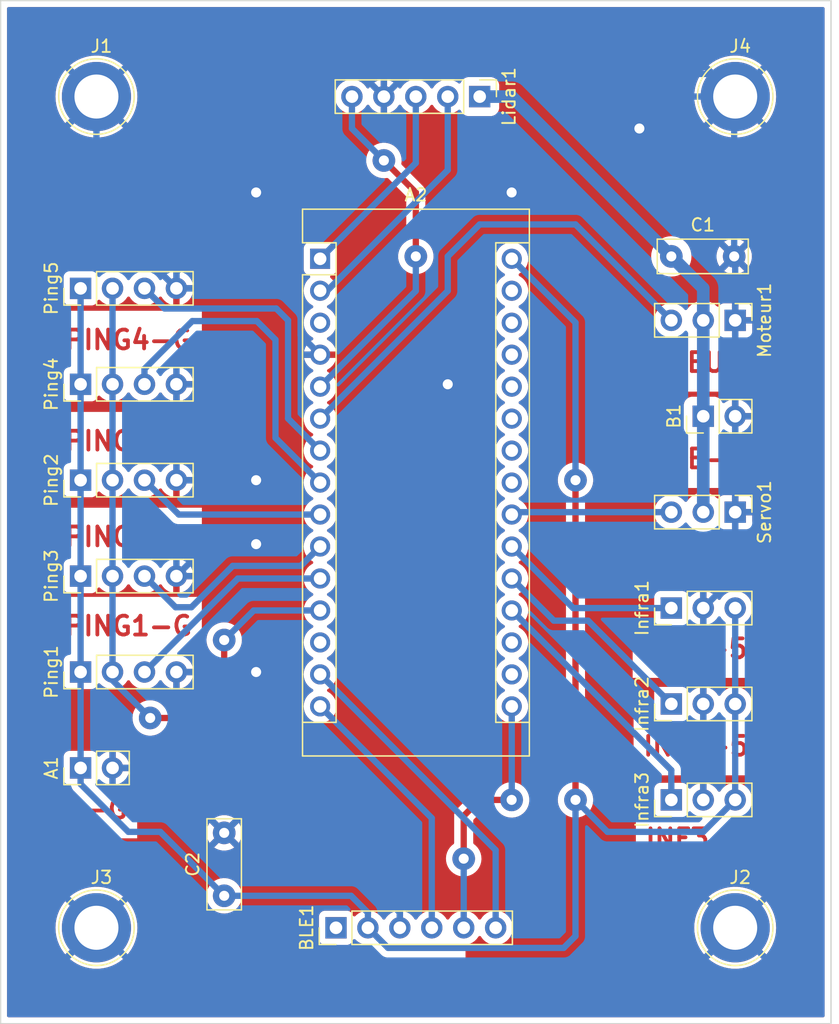
<source format=kicad_pcb>
(kicad_pcb (version 20211014) (generator pcbnew)
  (layers (0 "F.Cu" signal) (31 "B.Cu" signal) (34 "B.Paste" user) (35 "F.Paste" user) (36 "B.SilkS" user "B.Silkscreen") (37 "F.SilkS" user "F.Silkscreen") (38 "B.Mask" user) (39 "F.Mask" user) (44 "Edge.Cuts" user))
  (net 0 "")
  (net 1 "/5V_A")
  (net 2 "GND")
  (net 3 "/RX_Lidar")
  (net 4 "/TX_Lidar")
  (net 6 "/PWM_Lidar")
  (net 7 "/M_Cmd")
  (net 8 "/P5")
  (net 9 "/P4")
  (net 10 "/P2")
  (net 11 "/P3")
  (net 12 "/P1")
  (net 13 "/Trig_Cmd")
  (net 15 "/STATE_BLE")
  (net 16 "/TX_BLE")
  (net 17 "/RX_BLE")
  (net 20 "/I3")
  (net 21 "/I2")
  (net 22 "/I1")
  (net 23 "/Servo_Cmd")
  (net 30 "/5V_B")
  (footprint "Connector_PinHeader_2.54mm:PinHeader_1x04_P2.54mm_Vertical" (layer "F.Cu") (at 90.18 101.6 90)
    (fp_text reference "Ping3" (at 0 -2.33 90) (layer "F.SilkS"))
    (fp_text value "Conn_01x04")
    (fp_line (start 1.33 1.27) (end 1.33 8.95) (layer "F.SilkS") (width 0.12))
    (fp_line (start -1.33 1.27) (end -1.33 8.95) (layer "F.SilkS") (width 0.12))
    (fp_line (start -1.33 -1.33) (end 0 -1.33) (layer "F.SilkS") (width 0.12))
    (fp_line (start -1.33 1.27) (end 1.33 1.27) (layer "F.SilkS") (width 0.12))
    (fp_line (start -1.33 8.95) (end 1.33 8.95) (layer "F.SilkS") (width 0.12))
    (fp_line (start -1.33 0) (end -1.33 -1.33) (layer "F.SilkS") (width 0.12))
    (pad "1" thru_hole rect (at 0 0 90) (size 1.7 1.7) (drill 1) (layers *.Cu *.Mask) (net 1 "/5V_A"))
    (pad "2" thru_hole oval (at 0 2.54 90) (size 1.7 1.7) (drill 1) (layers *.Cu *.Mask) (net 13 "/Trig_Cmd"))
    (pad "3" thru_hole oval (at 0 5.08 90) (size 1.7 1.7) (drill 1) (layers *.Cu *.Mask) (net 11 "/P3"))
    (pad "4" thru_hole oval (at 0 7.62 90) (size 1.7 1.7) (drill 1) (layers *.Cu *.Mask) (net 2 "GND"))
  )
  (footprint "FootprintGamelGe2:Mouting_Screw_3mm" (layer "F.Cu") (at 91.44 129.54)
    (fp_text reference "J3" (at 0.4 -4) (layer "F.SilkS"))
    (fp_text value "Mouting_Screw_3mm")
    (fp_circle (center 0 0) (end 3 0) (layer "F.SilkS") (width 0.12) (fill none))
    (pad "1" thru_hole circle locked (at 0 0) (size 5.5 5.5) (drill 3.5) (layers *.Cu *.Mask) (net 2 "GND"))
  )
  (footprint "FootprintGamelGe2:Mouting_Screw_3mm" (layer "F.Cu") (at 142.24 129.54)
    (fp_text reference "J2" (at 0.4 -4) (layer "F.SilkS"))
    (fp_text value "Mouting_Screw_3mm")
    (fp_circle (center 0 0) (end 3 0) (layer "F.SilkS") (width 0.12) (fill none))
    (pad "1" thru_hole circle locked (at 0 0) (size 5.5 5.5) (drill 3.5) (layers *.Cu *.Mask) (net 2 "GND"))
  )
  (footprint "Connector_PinHeader_2.54mm:PinHeader_1x04_P2.54mm_Vertical" (layer "F.Cu") (at 90.18 78.74 90)
    (fp_text reference "Ping5" (at 0 -2.33 90) (layer "F.SilkS"))
    (fp_text value "Conn_01x04")
    (fp_line (start -1.33 8.95) (end 1.33 8.95) (layer "F.SilkS") (width 0.12))
    (fp_line (start -1.33 0) (end -1.33 -1.33) (layer "F.SilkS") (width 0.12))
    (fp_line (start 1.33 1.27) (end 1.33 8.95) (layer "F.SilkS") (width 0.12))
    (fp_line (start -1.33 -1.33) (end 0 -1.33) (layer "F.SilkS") (width 0.12))
    (fp_line (start -1.33 1.27) (end -1.33 8.95) (layer "F.SilkS") (width 0.12))
    (fp_line (start -1.33 1.27) (end 1.33 1.27) (layer "F.SilkS") (width 0.12))
    (pad "1" thru_hole rect (at 0 0 90) (size 1.7 1.7) (drill 1) (layers *.Cu *.Mask) (net 1 "/5V_A"))
    (pad "2" thru_hole oval (at 0 2.54 90) (size 1.7 1.7) (drill 1) (layers *.Cu *.Mask) (net 13 "/Trig_Cmd"))
    (pad "3" thru_hole oval (at 0 5.08 90) (size 1.7 1.7) (drill 1) (layers *.Cu *.Mask) (net 8 "/P5"))
    (pad "4" thru_hole oval (at 0 7.62 90) (size 1.7 1.7) (drill 1) (layers *.Cu *.Mask) (net 2 "GND"))
  )
  (footprint "Connector_PinHeader_2.54mm:PinHeader_1x03_P2.54mm_Vertical" (layer "F.Cu") (at 137.16 104.14 90)
    (fp_text reference "Infra1" (at 0 -2.33 90) (layer "F.SilkS"))
    (fp_text value "Conn_01x03")
    (fp_line (start -1.33 1.27) (end 1.33 1.27) (layer "F.SilkS") (width 0.12))
    (fp_line (start 1.33 1.27) (end 1.33 6.41) (layer "F.SilkS") (width 0.12))
    (fp_line (start -1.33 0) (end -1.33 -1.33) (layer "F.SilkS") (width 0.12))
    (fp_line (start -1.33 6.41) (end 1.33 6.41) (layer "F.SilkS") (width 0.12))
    (fp_line (start -1.33 -1.33) (end 0 -1.33) (layer "F.SilkS") (width 0.12))
    (fp_line (start -1.33 1.27) (end -1.33 6.41) (layer "F.SilkS") (width 0.12))
    (pad "1" thru_hole rect (at 0 0 90) (size 1.7 1.7) (drill 1) (layers *.Cu *.Mask) (net 22 "/I1"))
    (pad "2" thru_hole oval (at 0 2.54 90) (size 1.7 1.7) (drill 1) (layers *.Cu *.Mask) (net 2 "GND"))
    (pad "3" thru_hole oval (at 0 5.08 90) (size 1.7 1.7) (drill 1) (layers *.Cu *.Mask) (net 1 "/5V_A"))
  )
  (footprint "Connector_PinHeader_2.54mm:PinHeader_1x05_P2.54mm_Vertical" (layer "F.Cu") (at 121.92 63.505 -90)
    (fp_text reference "Lidar1" (at 0 -2.33 90) (layer "F.SilkS"))
    (fp_text value "Conn_01x05")
    (fp_line (start -1.33 1.27) (end -1.33 11.49) (layer "F.SilkS") (width 0.12))
    (fp_line (start 1.33 1.27) (end 1.33 11.49) (layer "F.SilkS") (width 0.12))
    (fp_line (start -1.33 11.49) (end 1.33 11.49) (layer "F.SilkS") (width 0.12))
    (fp_line (start -1.33 0) (end -1.33 -1.33) (layer "F.SilkS") (width 0.12))
    (fp_line (start -1.33 1.27) (end 1.33 1.27) (layer "F.SilkS") (width 0.12))
    (fp_line (start -1.33 -1.33) (end 0 -1.33) (layer "F.SilkS") (width 0.12))
    (pad "1" thru_hole rect (at 0 0 270) (size 1.7 1.7) (drill 1) (layers *.Cu *.Mask) (net 30 "/5V_B"))
    (pad "2" thru_hole oval (at 0 2.54 270) (size 1.7 1.7) (drill 1) (layers *.Cu *.Mask) (net 4 "/TX_Lidar"))
    (pad "3" thru_hole oval (at 0 5.08 270) (size 1.7 1.7) (drill 1) (layers *.Cu *.Mask) (net 3 "/RX_Lidar"))
    (pad "4" thru_hole oval (at 0 7.62 270) (size 1.7 1.7) (drill 1) (layers *.Cu *.Mask) (net 2 "GND"))
    (pad "5" thru_hole oval (at 0 10.16 270) (size 1.7 1.7) (drill 1) (layers *.Cu *.Mask) (net 6 "/PWM_Lidar"))
  )
  (footprint "FootprintGamelGe2:Mouting_Screw_3mm" (layer "F.Cu") (at 91.44 63.5)
    (fp_text reference "J1" (at 0.4 -4) (layer "F.SilkS"))
    (fp_text value "Mouting_Screw_3mm")
    (fp_circle (center 0 0) (end 3 0) (layer "F.SilkS") (width 0.12) (fill none))
    (pad "1" thru_hole circle locked (at 0 0) (size 5.5 5.5) (drill 3.5) (layers *.Cu *.Mask) (net 2 "GND"))
  )
  (footprint "Connector_PinHeader_2.54mm:PinHeader_1x04_P2.54mm_Vertical" (layer "F.Cu") (at 90.18 93.98 90)
    (fp_text reference "Ping2" (at 0 -2.33 90) (layer "F.SilkS"))
    (fp_text value "Conn_01x04")
    (fp_line (start -1.33 -1.33) (end 0 -1.33) (layer "F.SilkS") (width 0.12))
    (fp_line (start -1.33 1.27) (end -1.33 8.95) (layer "F.SilkS") (width 0.12))
    (fp_line (start 1.33 1.27) (end 1.33 8.95) (layer "F.SilkS") (width 0.12))
    (fp_line (start -1.33 8.95) (end 1.33 8.95) (layer "F.SilkS") (width 0.12))
    (fp_line (start -1.33 1.27) (end 1.33 1.27) (layer "F.SilkS") (width 0.12))
    (fp_line (start -1.33 0) (end -1.33 -1.33) (layer "F.SilkS") (width 0.12))
    (pad "1" thru_hole rect (at 0 0 90) (size 1.7 1.7) (drill 1) (layers *.Cu *.Mask) (net 1 "/5V_A"))
    (pad "2" thru_hole oval (at 0 2.54 90) (size 1.7 1.7) (drill 1) (layers *.Cu *.Mask) (net 13 "/Trig_Cmd"))
    (pad "3" thru_hole oval (at 0 5.08 90) (size 1.7 1.7) (drill 1) (layers *.Cu *.Mask) (net 10 "/P2"))
    (pad "4" thru_hole oval (at 0 7.62 90) (size 1.7 1.7) (drill 1) (layers *.Cu *.Mask) (net 2 "GND"))
  )
  (footprint "Module:Arduino_Nano" (layer "F.Cu") (at 109.23 76.39)
    (fp_text reference "A2" (at 7.62 -5.08) (layer "F.SilkS"))
    (fp_text value "Arduino_Nano_v2.x")
    (fp_line (start -1.4 -3.94) (end -1.4 -1.27) (layer "F.SilkS") (width 0.12))
    (fp_line (start -1.4 1.27) (end -1.4 39.5) (layer "F.SilkS") (width 0.12))
    (fp_line (start 13.97 36.83) (end 16.64 36.83) (layer "F.SilkS") (width 0.12))
    (fp_line (start 13.97 -1.27) (end 13.97 36.83) (layer "F.SilkS") (width 0.12))
    (fp_line (start 16.64 39.5) (end 16.64 -3.94) (layer "F.SilkS") (width 0.12))
    (fp_line (start 13.97 -1.27) (end 16.64 -1.27) (layer "F.SilkS") (width 0.12))
    (fp_line (start 1.27 1.27) (end 1.27 -1.27) (layer "F.SilkS") (width 0.12))
    (fp_line (start 1.27 1.27) (end -1.4 1.27) (layer "F.SilkS") (width 0.12))
    (fp_line (start 1.27 36.83) (end -1.4 36.83) (layer "F.SilkS") (width 0.12))
    (fp_line (start 1.27 1.27) (end 1.27 36.83) (layer "F.SilkS") (width 0.12))
    (fp_line (start 1.27 -1.27) (end -1.4 -1.27) (layer "F.SilkS") (width 0.12))
    (fp_line (start 16.64 -3.94) (end -1.4 -3.94) (layer "F.SilkS") (width 0.12))
    (fp_line (start -1.4 39.5) (end 16.64 39.5) (layer "F.SilkS") (width 0.12))
    (pad "1" thru_hole rect (at 0 0) (size 1.6 1.6) (drill 1) (layers *.Cu *.Mask) (net 3 "/RX_Lidar"))
    (pad "2" thru_hole oval (at 0 2.54) (size 1.6 1.6) (drill 1) (layers *.Cu *.Mask) (net 4 "/TX_Lidar"))
    (pad "3" thru_hole oval (at 0 5.08) (size 1.6 1.6) (drill 1) (layers *.Cu *.Mask))
    (pad "4" thru_hole oval (at 0 7.62) (size 1.6 1.6) (drill 1) (layers *.Cu *.Mask) (net 2 "GND"))
    (pad "5" thru_hole oval (at 0 10.16) (size 1.6 1.6) (drill 1) (layers *.Cu *.Mask) (net 6 "/PWM_Lidar"))
    (pad "6" thru_hole oval (at 0 12.7) (size 1.6 1.6) (drill 1) (layers *.Cu *.Mask) (net 7 "/M_Cmd"))
    (pad "7" thru_hole oval (at 0 15.24) (size 1.6 1.6) (drill 1) (layers *.Cu *.Mask) (net 8 "/P5"))
    (pad "8" thru_hole oval (at 0 17.78) (size 1.6 1.6) (drill 1) (layers *.Cu *.Mask) (net 9 "/P4"))
    (pad "9" thru_hole oval (at 0 20.32) (size 1.6 1.6) (drill 1) (layers *.Cu *.Mask) (net 10 "/P2"))
    (pad "10" thru_hole oval (at 0 22.86) (size 1.6 1.6) (drill 1) (layers *.Cu *.Mask) (net 11 "/P3"))
    (pad "11" thru_hole oval (at 0 25.4) (size 1.6 1.6) (drill 1) (layers *.Cu *.Mask) (net 12 "/P1"))
    (pad "12" thru_hole oval (at 0 27.94) (size 1.6 1.6) (drill 1) (layers *.Cu *.Mask) (net 13 "/Trig_Cmd"))
    (pad "13" thru_hole oval (at 0 30.48) (size 1.6 1.6) (drill 1) (layers *.Cu *.Mask))
    (pad "14" thru_hole oval (at 0 33.02) (size 1.6 1.6) (drill 1) (layers *.Cu *.Mask) (net 15 "/STATE_BLE"))
    (pad "15" thru_hole oval (at 0 35.56) (size 1.6 1.6) (drill 1) (layers *.Cu *.Mask) (net 16 "/TX_BLE"))
    (pad "16" thru_hole oval (at 15.24 35.56) (size 1.6 1.6) (drill 1) (layers *.Cu *.Mask) (net 17 "/RX_BLE"))
    (pad "17" thru_hole oval (at 15.24 33.02) (size 1.6 1.6) (drill 1) (layers *.Cu *.Mask))
    (pad "18" thru_hole oval (at 15.24 30.48) (size 1.6 1.6) (drill 1) (layers *.Cu *.Mask))
    (pad "19" thru_hole oval (at 15.24 27.94) (size 1.6 1.6) (drill 1) (layers *.Cu *.Mask) (net 20 "/I3"))
    (pad "20" thru_hole oval (at 15.24 25.4) (size 1.6 1.6) (drill 1) (layers *.Cu *.Mask) (net 21 "/I2"))
    (pad "21" thru_hole oval (at 15.24 22.86) (size 1.6 1.6) (drill 1) (layers *.Cu *.Mask) (net 22 "/I1"))
    (pad "22" thru_hole oval (at 15.24 20.32) (size 1.6 1.6) (drill 1) (layers *.Cu *.Mask) (net 23 "/Servo_Cmd"))
    (pad "23" thru_hole oval (at 15.24 17.78) (size 1.6 1.6) (drill 1) (layers *.Cu *.Mask))
    (pad "24" thru_hole oval (at 15.24 15.24) (size 1.6 1.6) (drill 1) (layers *.Cu *.Mask))
    (pad "25" thru_hole oval (at 15.24 12.7) (size 1.6 1.6) (drill 1) (layers *.Cu *.Mask))
    (pad "26" thru_hole oval (at 15.24 10.16) (size 1.6 1.6) (drill 1) (layers *.Cu *.Mask))
    (pad "27" thru_hole oval (at 15.24 7.62) (size 1.6 1.6) (drill 1) (layers *.Cu *.Mask))
    (pad "28" thru_hole oval (at 15.24 5.08) (size 1.6 1.6) (drill 1) (layers *.Cu *.Mask))
    (pad "29" thru_hole oval (at 15.24 2.54) (size 1.6 1.6) (drill 1) (layers *.Cu *.Mask))
    (pad "30" thru_hole oval (at 15.24 0) (size 1.6 1.6) (drill 1) (layers *.Cu *.Mask) (net 1 "/5V_A"))
  )
  (footprint "Connector_PinHeader_2.54mm:PinHeader_1x02_P2.54mm_Vertical" (layer "F.Cu") (at 139.7 88.9 90)
    (fp_text reference "B1" (at 0 -2.33 90) (layer "F.SilkS"))
    (fp_text value "Conn_01x02")
    (fp_line (start -1.33 1.27) (end 1.33 1.27) (layer "F.SilkS") (width 0.12))
    (fp_line (start -1.33 0) (end -1.33 -1.33) (layer "F.SilkS") (width 0.12))
    (fp_line (start -1.33 -1.33) (end 0 -1.33) (layer "F.SilkS") (width 0.12))
    (fp_line (start -1.33 1.27) (end -1.33 3.87) (layer "F.SilkS") (width 0.12))
    (fp_line (start 1.33 1.27) (end 1.33 3.87) (layer "F.SilkS") (width 0.12))
    (fp_line (start -1.33 3.87) (end 1.33 3.87) (layer "F.SilkS") (width 0.12))
    (pad "1" thru_hole rect (at 0 0 90) (size 1.7 1.7) (drill 1) (layers *.Cu *.Mask) (net 30 "/5V_B"))
    (pad "2" thru_hole oval (at 0 2.54 90) (size 1.7 1.7) (drill 1) (layers *.Cu *.Mask) (net 2 "GND"))
  )
  (footprint "FootprintGamelGe2:C_Rect_L7.0mm_W2.5mm_P5.00mm" (layer "F.Cu") (at 101.6 127 90)
    (fp_text reference "C2" (at 2.5 -2.5 90) (layer "F.SilkS"))
    (fp_text value "C")
    (fp_line (start -1.12 -1.37) (end -1.12 1.37) (layer "F.SilkS") (width 0.12))
    (fp_line (start -1.12 1.37) (end 6.12 1.37) (layer "F.SilkS") (width 0.12))
    (fp_line (start -1.12 -1.37) (end 6.12 -1.37) (layer "F.SilkS") (width 0.12))
    (fp_line (start 6.12 -1.37) (end 6.12 1.37) (layer "F.SilkS") (width 0.12))
    (pad "1" thru_hole circle locked (at 0 0 90) (size 1.8 1.8) (drill 0.8) (layers *.Cu *.Mask) (net 1 "/5V_A"))
    (pad "2" thru_hole circle locked (at 5 0 90) (size 1.8 1.8) (drill 0.8) (layers *.Cu *.Mask) (net 2 "GND"))
  )
  (footprint "Connector_PinHeader_2.54mm:PinHeader_1x02_P2.54mm_Vertical" (layer "F.Cu") (at 90.18 116.84 90)
    (fp_text reference "A1" (at 0 -2.33 90) (layer "F.SilkS"))
    (fp_text value "Conn_01x02")
    (fp_line (start -1.33 1.27) (end 1.33 1.27) (layer "F.SilkS") (width 0.12))
    (fp_line (start -1.33 -1.33) (end 0 -1.33) (layer "F.SilkS") (width 0.12))
    (fp_line (start -1.33 1.27) (end -1.33 3.87) (layer "F.SilkS") (width 0.12))
    (fp_line (start 1.33 1.27) (end 1.33 3.87) (layer "F.SilkS") (width 0.12))
    (fp_line (start -1.33 0) (end -1.33 -1.33) (layer "F.SilkS") (width 0.12))
    (fp_line (start -1.33 3.87) (end 1.33 3.87) (layer "F.SilkS") (width 0.12))
    (pad "1" thru_hole rect (at 0 0 90) (size 1.7 1.7) (drill 1) (layers *.Cu *.Mask) (net 1 "/5V_A"))
    (pad "2" thru_hole oval (at 0 2.54 90) (size 1.7 1.7) (drill 1) (layers *.Cu *.Mask) (net 2 "GND"))
  )
  (footprint "Connector_PinHeader_2.54mm:PinHeader_1x04_P2.54mm_Vertical" (layer "F.Cu") (at 90.18 109.22 90)
    (fp_text reference "Ping1" (at 0 -2.33 90) (layer "F.SilkS"))
    (fp_text value "Conn_01x04")
    (fp_line (start -1.33 0) (end -1.33 -1.33) (layer "F.SilkS") (width 0.12))
    (fp_line (start -1.33 -1.33) (end 0 -1.33) (layer "F.SilkS") (width 0.12))
    (fp_line (start 1.33 1.27) (end 1.33 8.95) (layer "F.SilkS") (width 0.12))
    (fp_line (start -1.33 1.27) (end 1.33 1.27) (layer "F.SilkS") (width 0.12))
    (fp_line (start -1.33 8.95) (end 1.33 8.95) (layer "F.SilkS") (width 0.12))
    (fp_line (start -1.33 1.27) (end -1.33 8.95) (layer "F.SilkS") (width 0.12))
    (pad "1" thru_hole rect (at 0 0 90) (size 1.7 1.7) (drill 1) (layers *.Cu *.Mask) (net 1 "/5V_A"))
    (pad "2" thru_hole oval (at 0 2.54 90) (size 1.7 1.7) (drill 1) (layers *.Cu *.Mask) (net 13 "/Trig_Cmd"))
    (pad "3" thru_hole oval (at 0 5.08 90) (size 1.7 1.7) (drill 1) (layers *.Cu *.Mask) (net 12 "/P1"))
    (pad "4" thru_hole oval (at 0 7.62 90) (size 1.7 1.7) (drill 1) (layers *.Cu *.Mask) (net 2 "GND"))
  )
  (footprint "FootprintGamelGe2:Mouting_Screw_3mm" (layer "F.Cu") (at 142.24 63.5)
    (fp_text reference "J4" (at 0.4 -4) (layer "F.SilkS"))
    (fp_text value "Mouting_Screw_3mm")
    (fp_circle (center 0 0) (end 3 0) (layer "F.SilkS") (width 0.12) (fill none))
    (pad "1" thru_hole circle locked (at 0 0) (size 5.5 5.5) (drill 3.5) (layers *.Cu *.Mask) (net 2 "GND"))
  )
  (footprint "FootprintGamelGe2:C_Rect_L7.0mm_W2.5mm_P5.00mm" (layer "F.Cu") (at 137.16 76.2)
    (fp_text reference "C1" (at 2.5 -2.5) (layer "F.SilkS"))
    (fp_text value "C")
    (fp_line (start -1.12 -1.37) (end 6.12 -1.37) (layer "F.SilkS") (width 0.12))
    (fp_line (start -1.12 1.37) (end 6.12 1.37) (layer "F.SilkS") (width 0.12))
    (fp_line (start -1.12 -1.37) (end -1.12 1.37) (layer "F.SilkS") (width 0.12))
    (fp_line (start 6.12 -1.37) (end 6.12 1.37) (layer "F.SilkS") (width 0.12))
    (pad "1" thru_hole circle locked (at 0 0) (size 1.8 1.8) (drill 0.8) (layers *.Cu *.Mask) (net 30 "/5V_B"))
    (pad "2" thru_hole circle locked (at 5 0) (size 1.8 1.8) (drill 0.8) (layers *.Cu *.Mask) (net 2 "GND"))
  )
  (footprint "Connector_PinHeader_2.54mm:PinHeader_1x03_P2.54mm_Vertical" (layer "F.Cu") (at 142.24 96.52 -90)
    (fp_text reference "Servo1" (at 0 -2.33 90) (layer "F.SilkS"))
    (fp_text value "Conn_01x03")
    (fp_line (start -1.33 0) (end -1.33 -1.33) (layer "F.SilkS") (width 0.12))
    (fp_line (start -1.33 1.27) (end -1.33 6.41) (layer "F.SilkS") (width 0.12))
    (fp_line (start 1.33 1.27) (end 1.33 6.41) (layer "F.SilkS") (width 0.12))
    (fp_line (start -1.33 -1.33) (end 0 -1.33) (layer "F.SilkS") (width 0.12))
    (fp_line (start -1.33 6.41) (end 1.33 6.41) (layer "F.SilkS") (width 0.12))
    (fp_line (start -1.33 1.27) (end 1.33 1.27) (layer "F.SilkS") (width 0.12))
    (pad "1" thru_hole rect (at 0 0 270) (size 1.7 1.7) (drill 1) (layers *.Cu *.Mask) (net 2 "GND"))
    (pad "2" thru_hole oval (at 0 2.54 270) (size 1.7 1.7) (drill 1) (layers *.Cu *.Mask) (net 30 "/5V_B"))
    (pad "3" thru_hole oval (at 0 5.08 270) (size 1.7 1.7) (drill 1) (layers *.Cu *.Mask) (net 23 "/Servo_Cmd"))
  )
  (footprint "Connector_PinHeader_2.54mm:PinHeader_1x03_P2.54mm_Vertical" (layer "F.Cu") (at 137.16 119.38 90)
    (fp_text reference "Infra3" (at 0 -2.33 90) (layer "F.SilkS"))
    (fp_text value "Conn_01x03")
    (fp_line (start -1.33 6.41) (end 1.33 6.41) (layer "F.SilkS") (width 0.12))
    (fp_line (start -1.33 1.27) (end 1.33 1.27) (layer "F.SilkS") (width 0.12))
    (fp_line (start -1.33 0) (end -1.33 -1.33) (layer "F.SilkS") (width 0.12))
    (fp_line (start 1.33 1.27) (end 1.33 6.41) (layer "F.SilkS") (width 0.12))
    (fp_line (start -1.33 -1.33) (end 0 -1.33) (layer "F.SilkS") (width 0.12))
    (fp_line (start -1.33 1.27) (end -1.33 6.41) (layer "F.SilkS") (width 0.12))
    (pad "1" thru_hole rect (at 0 0 90) (size 1.7 1.7) (drill 1) (layers *.Cu *.Mask) (net 20 "/I3"))
    (pad "2" thru_hole oval (at 0 2.54 90) (size 1.7 1.7) (drill 1) (layers *.Cu *.Mask) (net 2 "GND"))
    (pad "3" thru_hole oval (at 0 5.08 90) (size 1.7 1.7) (drill 1) (layers *.Cu *.Mask) (net 1 "/5V_A"))
  )
  (footprint "Connector_PinHeader_2.54mm:PinHeader_1x04_P2.54mm_Vertical" (layer "F.Cu") (at 90.18 86.36 90)
    (fp_text reference "Ping4" (at 0 -2.33 90) (layer "F.SilkS"))
    (fp_text value "Conn_01x04")
    (fp_line (start -1.33 -1.33) (end 0 -1.33) (layer "F.SilkS") (width 0.12))
    (fp_line (start -1.33 0) (end -1.33 -1.33) (layer "F.SilkS") (width 0.12))
    (fp_line (start -1.33 8.95) (end 1.33 8.95) (layer "F.SilkS") (width 0.12))
    (fp_line (start 1.33 1.27) (end 1.33 8.95) (layer "F.SilkS") (width 0.12))
    (fp_line (start -1.33 1.27) (end 1.33 1.27) (layer "F.SilkS") (width 0.12))
    (fp_line (start -1.33 1.27) (end -1.33 8.95) (layer "F.SilkS") (width 0.12))
    (pad "1" thru_hole rect (at 0 0 90) (size 1.7 1.7) (drill 1) (layers *.Cu *.Mask) (net 1 "/5V_A"))
    (pad "2" thru_hole oval (at 0 2.54 90) (size 1.7 1.7) (drill 1) (layers *.Cu *.Mask) (net 13 "/Trig_Cmd"))
    (pad "3" thru_hole oval (at 0 5.08 90) (size 1.7 1.7) (drill 1) (layers *.Cu *.Mask) (net 9 "/P4"))
    (pad "4" thru_hole oval (at 0 7.62 90) (size 1.7 1.7) (drill 1) (layers *.Cu *.Mask) (net 2 "GND"))
  )
  (footprint "Connector_PinHeader_2.54mm:PinHeader_1x03_P2.54mm_Vertical" (layer "F.Cu") (at 142.24 81.28 -90)
    (fp_text reference "Moteur1" (at 0 -2.33 90) (layer "F.SilkS"))
    (fp_text value "Conn_01x03")
    (fp_line (start -1.33 6.41) (end 1.33 6.41) (layer "F.SilkS") (width 0.12))
    (fp_line (start -1.33 -1.33) (end 0 -1.33) (layer "F.SilkS") (width 0.12))
    (fp_line (start 1.33 1.27) (end 1.33 6.41) (layer "F.SilkS") (width 0.12))
    (fp_line (start -1.33 0) (end -1.33 -1.33) (layer "F.SilkS") (width 0.12))
    (fp_line (start -1.33 1.27) (end -1.33 6.41) (layer "F.SilkS") (width 0.12))
    (fp_line (start -1.33 1.27) (end 1.33 1.27) (layer "F.SilkS") (width 0.12))
    (pad "1" thru_hole rect (at 0 0 270) (size 1.7 1.7) (drill 1) (layers *.Cu *.Mask) (net 2 "GND"))
    (pad "2" thru_hole oval (at 0 2.54 270) (size 1.7 1.7) (drill 1) (layers *.Cu *.Mask) (net 30 "/5V_B"))
    (pad "3" thru_hole oval (at 0 5.08 270) (size 1.7 1.7) (drill 1) (layers *.Cu *.Mask) (net 7 "/M_Cmd"))
  )
  (footprint "Connector_PinHeader_2.54mm:PinHeader_1x06_P2.54mm_Vertical" (layer "F.Cu") (at 110.49 129.54 90)
    (fp_text reference "BLE1" (at 0 -2.33 90) (layer "F.SilkS"))
    (fp_text value "Conn_01x06")
    (fp_line (start -1.33 1.27) (end 1.33 1.27) (layer "F.SilkS") (width 0.12))
    (fp_line (start 1.33 1.27) (end 1.33 14.03) (layer "F.SilkS") (width 0.12))
    (fp_line (start -1.33 -1.33) (end 0 -1.33) (layer "F.SilkS") (width 0.12))
    (fp_line (start -1.33 14.03) (end 1.33 14.03) (layer "F.SilkS") (width 0.12))
    (fp_line (start -1.33 0) (end -1.33 -1.33) (layer "F.SilkS") (width 0.12))
    (fp_line (start -1.33 1.27) (end -1.33 14.03) (layer "F.SilkS") (width 0.12))
    (pad "1" thru_hole rect (at 0 0 90) (size 1.7 1.7) (drill 1) (layers *.Cu *.Mask))
    (pad "2" thru_hole oval (at 0 2.54 90) (size 1.7 1.7) (drill 1) (layers *.Cu *.Mask) (net 1 "/5V_A"))
    (pad "3" thru_hole oval (at 0 5.08 90) (size 1.7 1.7) (drill 1) (layers *.Cu *.Mask) (net 2 "GND"))
    (pad "4" thru_hole oval (at 0 7.62 90) (size 1.7 1.7) (drill 1) (layers *.Cu *.Mask) (net 16 "/TX_BLE"))
    (pad "5" thru_hole oval (at 0 10.16 90) (size 1.7 1.7) (drill 1) (layers *.Cu *.Mask) (net 17 "/RX_BLE"))
    (pad "6" thru_hole oval (at 0 12.7 90) (size 1.7 1.7) (drill 1) (layers *.Cu *.Mask) (net 15 "/STATE_BLE"))
  )
  (footprint "Connector_PinHeader_2.54mm:PinHeader_1x03_P2.54mm_Vertical" (layer "F.Cu") (at 137.16 111.76 90)
    (fp_text reference "Infra2" (at 0 -2.33 90) (layer "F.SilkS"))
    (fp_text value "Conn_01x03")
    (fp_line (start -1.33 0) (end -1.33 -1.33) (layer "F.SilkS") (width 0.12))
    (fp_line (start 1.33 1.27) (end 1.33 6.41) (layer "F.SilkS") (width 0.12))
    (fp_line (start -1.33 6.41) (end 1.33 6.41) (layer "F.SilkS") (width 0.12))
    (fp_line (start -1.33 -1.33) (end 0 -1.33) (layer "F.SilkS") (width 0.12))
    (fp_line (start -1.33 1.27) (end 1.33 1.27) (layer "F.SilkS") (width 0.12))
    (fp_line (start -1.33 1.27) (end -1.33 6.41) (layer "F.SilkS") (width 0.12))
    (pad "1" thru_hole rect (at 0 0 90) (size 1.7 1.7) (drill 1) (layers *.Cu *.Mask) (net 21 "/I2"))
    (pad "2" thru_hole oval (at 0 2.54 90) (size 1.7 1.7) (drill 1) (layers *.Cu *.Mask) (net 2 "GND"))
    (pad "3" thru_hole oval (at 0 5.08 90) (size 1.7 1.7) (drill 1) (layers *.Cu *.Mask) (net 1 "/5V_A"))
  )
  (gr_rect (start 83.82 55.88) (end 149.86 137.16) (layer "Edge.Cuts") (width 0.1) (fill none))
  (gr_text "SERVO-G" (at 139.678945 99.661859) (layer "F.Cu") (effects (font (size 1.5 1.5) (thickness 0.3))))
  (gr_text "PING5-G" (at 93.98 75.369026) (layer "F.Cu") (effects (font (size 1.5 1.5) (thickness 0.3))))
  (gr_text "G-BLE" (at 116.271461 133.368551) (layer "F.Cu") (effects (font (size 1.5 1.5) (thickness 0.3))))
  (gr_text "MOTEUR-G" (at 140.111318 84.628427) (layer "F.Cu") (effects (font (size 1.5 1.5) (thickness 0.3))))
  (gr_text "PING2-G" (at 93.98 90.871808) (layer "F.Cu") (effects (font (size 1.5 1.5) (thickness 0.3))))
  (gr_text "PING4-G" (at 93.98 82.83509) (layer "F.Cu") (effects (font (size 1.5 1.5) (thickness 0.3))))
  (gr_text "INF2-5V" (at 139.751666 115.115246) (layer "F.Cu") (effects (font (size 1.5 1.5) (thickness 0.3))))
  (gr_text "A-G" (at 91.552255 120.117852) (layer "F.Cu") (effects (font (size 1.5 1.5) (thickness 0.3))))
  (gr_text "PING3-G" (at 93.98 98.480535) (layer "F.Cu") (effects (font (size 1.5 1.5) (thickness 0.3))))
  (gr_text "INF1-5V" (at 139.678945 107.370372) (layer "F.Cu") (effects (font (size 1.5 1.5) (thickness 0.3))))
  (gr_text "G-LIDAR" (at 116.793676 59.175947) (layer "F.Cu") (effects (font (size 1.5 1.5) (thickness 0.3))))
  (gr_text "PING1-G" (at 93.977537 105.566162) (layer "F.Cu") (effects (font (size 1.5 1.5) (thickness 0.3))))
  (gr_text "INF3-5V" (at 139.933471 122.460149) (layer "F.Cu") (effects (font (size 1.5 1.5) (thickness 0.3))))
  (gr_text "B-G" (at 140.872191 92.284708) (layer "F.Cu") (effects (font (size 1.5 1.5) (thickness 0.3))))
  (segment (start 129.54 93.98) (end 129.54 119.38) (width 0.5) (layer "F.Cu") (net 1))
  (via (at 129.54 119.38) (size 1.8) (drill 0.8) (layers "F.Cu" "B.Cu") (net 1))
  (via (at 129.54 93.98) (size 1.8) (drill 0.8) (layers "F.Cu" "B.Cu") (net 1))
  (segment (start 113.03 129.54) (end 113.03 128.337919) (width 0.5) (layer "B.Cu") (net 1))
  (segment (start 90.18 118.12) (end 90.18 116.84) (width 0.5) (layer "B.Cu") (net 1))
  (segment (start 142.24 119.38) (end 139.7 121.92) (width 0.5) (layer "B.Cu") (net 1))
  (segment (start 93.98 121.92) (end 90.18 118.12) (width 0.5) (layer "B.Cu") (net 1))
  (segment (start 113.03 129.54) (end 114.629511 131.139511) (width 0.5) (layer "B.Cu") (net 1))
  (segment (start 129.54 81.46) (end 129.54 93.98) (width 0.5) (layer "B.Cu") (net 1))
  (segment (start 96.52 121.92) (end 93.98 121.92) (width 0.5) (layer "B.Cu") (net 1))
  (segment (start 129.54 130.199022) (end 128.599511 131.139511) (width 0.5) (layer "B.Cu") (net 1))
  (segment (start 124.47 76.39) (end 129.54 81.46) (width 0.5) (layer "B.Cu") (net 1))
  (segment (start 90.18 78.74) (end 90.18 86.36) (width 0.5) (layer "B.Cu") (net 1))
  (segment (start 90.18 109.22) (end 90.18 116.84) (width 0.5) (layer "B.Cu") (net 1))
  (segment (start 129.54 119.38) (end 129.54 130.199022) (width 0.5) (layer "B.Cu") (net 1))
  (segment (start 90.18 93.98) (end 90.18 101.6) (width 0.5) (layer "B.Cu") (net 1))
  (segment (start 142.24 104.14) (end 142.24 111.76) (width 0.5) (layer "B.Cu") (net 1))
  (segment (start 142.24 111.76) (end 142.24 119.38) (width 0.5) (layer "B.Cu") (net 1))
  (segment (start 113.03 128.337919) (end 111.692081 127) (width 0.5) (layer "B.Cu") (net 1))
  (segment (start 139.7 121.92) (end 132.08 121.92) (width 0.5) (layer "B.Cu") (net 1))
  (segment (start 114.629511 131.139511) (end 128.599511 131.139511) (width 0.5) (layer "B.Cu") (net 1))
  (segment (start 90.18 101.6) (end 90.18 109.22) (width 0.5) (layer "B.Cu") (net 1))
  (segment (start 132.08 121.92) (end 129.54 119.38) (width 0.5) (layer "B.Cu") (net 1))
  (segment (start 111.692081 127) (end 101.6 127) (width 0.5) (layer "B.Cu") (net 1))
  (segment (start 90.18 86.36) (end 90.18 93.98) (width 0.5) (layer "B.Cu") (net 1))
  (segment (start 101.6 127) (end 96.52 121.92) (width 0.5) (layer "B.Cu") (net 1))
  (segment (start 104.14 93.98) (end 104.14 99.06) (width 0.5) (layer "F.Cu") (net 2))
  (segment (start 119.38 73.66) (end 119.38 86.36) (width 0.5) (layer "F.Cu") (net 2))
  (segment (start 104.14 99.06) (end 104.14 109.22) (width 0.5) (layer "F.Cu") (net 2))
  (segment (start 132.628659 66.04) (end 127.548659 71.12) (width 0.5) (layer "F.Cu") (net 2))
  (segment (start 121.92 71.12) (end 119.38 73.66) (width 0.5) (layer "F.Cu") (net 2))
  (segment (start 104.14 93.98) (end 104.14 71.12) (width 0.5) (layer "F.Cu") (net 2))
  (segment (start 127.548659 71.12) (end 124.46 71.12) (width 0.5) (layer "F.Cu") (net 2))
  (segment (start 124.46 71.12) (end 121.92 71.12) (width 0.5) (layer "F.Cu") (net 2))
  (segment (start 134.62 66.04) (end 132.628659 66.04) (width 0.5) (layer "F.Cu") (net 2))
  (via (at 124.46 71.12) (size 1.8) (drill 0.8) (layers "F.Cu" "B.Cu") (net 2))
  (via (at 104.14 93.98) (size 1.8) (drill 0.8) (layers "F.Cu" "B.Cu") (net 2))
  (via (at 119.38 86.36) (size 1.8) (drill 0.8) (layers "F.Cu" "B.Cu") (net 2))
  (via (at 134.62 66.04) (size 1.8) (drill 0.8) (layers "F.Cu" "B.Cu") (net 2))
  (via (at 104.14 109.22) (size 1.8) (drill 0.8) (layers "F.Cu" "B.Cu") (net 2))
  (via (at 104.14 99.06) (size 1.8) (drill 0.8) (layers "F.Cu" "B.Cu") (net 2))
  (via (at 104.14 71.12) (size 1.8) (drill 0.8) (layers "F.Cu" "B.Cu") (net 2))
  (segment (start 91.44 129.54) (end 94.97952 133.07952) (width 0.5) (layer "B.Cu") (net 2))
  (segment (start 139.7 111.76) (end 139.7 119.38) (width 0.5) (layer "B.Cu") (net 2))
  (segment (start 104.14 99.06) (end 100.34 99.06) (width 0.5) (layer "B.Cu") (net 2))
  (segment (start 97.8 86.36) (end 97.8 93.98) (width 0.5) (layer "B.Cu") (net 2))
  (segment (start 104.14 119.46) (end 104.14 109.22) (width 0.5) (layer "B.Cu") (net 2))
  (segment (start 91.44 63.5) (end 88.580489 66.359511) (width 0.5) (layer "B.Cu") (net 2))
  (segment (start 100.34 99.06) (end 97.8 101.6) (width 0.5) (layer "B.Cu") (net 2))
  (segment (start 114.3 63.505) (end 111.76 60.965) (width 0.5) (layer "B.Cu") (net 2))
  (segment (start 142.16 76.2) (end 142.16 63.58) (width 0.5) (layer "B.Cu") (net 2))
  (segment (start 91.44 63.5) (end 91.44 72.38) (width 0.5) (layer "B.Cu") (net 2))
  (segment (start 115.57 129.54) (end 115.57 128.337919) (width 0.5) (layer "B.Cu") (net 2))
  (segment (start 142.24 101.6) (end 139.7 104.14) (width 0.5) (layer "B.Cu") (net 2))
  (segment (start 109.152081 121.92) (end 106.68 121.92) (width 0.5) (layer "B.Cu") (net 2))
  (segment (start 101.6 122) (end 104.14 119.46) (width 0.5) (layer "B.Cu") (net 2))
  (segment (start 91.44 72.38) (end 97.8 78.74) (width 0.5) (layer "B.Cu") (net 2))
  (segment (start 142.24 81.28) (end 142.24 88.9) (width 0.5) (layer "B.Cu") (net 2))
  (segment (start 88.580489 126.680489) (end 91.44 129.54) (width 0.5) (layer "B.Cu") (net 2))
  (segment (start 94.97952 133.07952) (end 138.70048 133.07952) (width 0.5) (layer "B.Cu") (net 2))
  (segment (start 96.52 116.84) (end 104.14 109.22) (width 0.5) (layer "B.Cu") (net 2))
  (segment (start 142.24 96.52) (end 142.24 101.6) (width 0.5) (layer "B.Cu") (net 2))
  (segment (start 111.76 60.965) (end 111.76 60.96) (width 0.5) (layer "B.Cu") (net 2))
  (segment (start 116.099511 61.705489) (end 140.445489 61.705489) (width 0.5) (layer "B.Cu") (net 2))
  (segment (start 107.67952 82.45952) (end 107.67952 79.73952) (width 0.5) (layer "B.Cu") (net 2))
  (segment (start 88.580489 66.359511) (end 88.580489 126.680489) (width 0.5) (layer "B.Cu") (net 2))
  (segment (start 109.23 84.01) (end 107.67952 82.45952) (width 0.5) (layer "B.Cu") (net 2))
  (segment (start 115.57 128.337919) (end 109.152081 121.92) (width 0.5) (layer "B.Cu") (net 2))
  (segment (start 139.7 104.14) (end 139.7 111.76) (width 0.5) (layer "B.Cu") (net 2))
  (segment (start 106.68 121.92) (end 104.14 119.38) (width 0.5) (layer "B.Cu") (net 2))
  (segment (start 104.14 71.12) (end 97.8 77.46) (width 0.5) (layer "B.Cu") (net 2))
  (segment (start 104.14 109.22) (end 97.8 109.22) (width 0.5) (layer "B.Cu") (net 2))
  (segment (start 142.24 88.9) (end 142.24 96.52) (width 0.5) (layer "B.Cu") (net 2))
  (segment (start 106.68 78.74) (end 97.8 78.74) (width 0.5) (layer "B.Cu") (net 2))
  (segment (start 111.76 60.96) (end 93.98 60.96) (width 0.5) (layer "B.Cu") (net 2))
  (segment (start 97.8 93.98) (end 104.14 93.98) (width 0.5) (layer "B.Cu") (net 2))
  (segment (start 137.16 63.5) (end 134.62 66.04) (width 0.5) (layer "B.Cu") (net 2))
  (segment (start 107.67952 79.73952) (end 106.68 78.74) (width 0.5) (layer "B.Cu") (net 2))
  (segment (start 138.70048 133.07952) (end 142.24 129.54) (width 0.5) (layer "B.Cu") (net 2))
  (segment (start 142.24 81.28) (end 142.24 76.28) (width 0.5) (layer "B.Cu") (net 2))
  (segment (start 140.445489 61.705489) (end 142.24 63.5) (width 0.5) (layer "B.Cu") (net 2))
  (segment (start 142.24 76.28) (end 142.16 76.2) (width 0.5) (layer "B.Cu") (net 2))
  (segment (start 92.72 116.84) (end 96.52 116.84) (width 0.5) (layer "B.Cu") (net 2))
  (segment (start 97.8 77.46) (end 97.8 78.74) (width 0.5) (layer "B.Cu") (net 2))
  (segment (start 142.16 63.58) (end 142.24 63.5) (width 0.5) (layer "B.Cu") (net 2))
  (segment (start 142.24 63.5) (end 137.16 63.5) (width 0.5) (layer "B.Cu") (net 2))
  (segment (start 114.3 63.505) (end 116.099511 61.705489) (width 0.5) (layer "B.Cu") (net 2))
  (segment (start 93.98 60.96) (end 91.44 63.5) (width 0.5) (layer "B.Cu") (net 2))
  (segment (start 116.84 63.505) (end 116.84 68.78) (width 0.5) (layer "B.Cu") (net 3))
  (segment (start 116.84 68.78) (end 109.23 76.39) (width 0.5) (layer "B.Cu") (net 3))
  (segment (start 109.789022 78.93) (end 109.23 78.93) (width 0.5) (layer "B.Cu") (net 4))
  (segment (start 119.38 63.505) (end 119.38 69.339022) (width 0.5) (layer "B.Cu") (net 4))
  (segment (start 119.38 69.339022) (end 109.789022 78.93) (width 0.5) (layer "B.Cu") (net 4))
  (segment (start 116.84 71.12) (end 116.84 76.2) (width 0.5) (layer "F.Cu") (net 6))
  (segment (start 114.3 68.58) (end 116.84 71.12) (width 0.5) (layer "F.Cu") (net 6))
  (via (at 116.84 76.2) (size 1.8) (drill 0.8) (layers "F.Cu" "B.Cu") (net 6))
  (via (at 114.3 68.58) (size 1.8) (drill 0.8) (layers "F.Cu" "B.Cu") (net 6))
  (segment (start 111.76 66.04) (end 114.3 68.58) (width 0.5) (layer "B.Cu") (net 6))
  (segment (start 111.76 63.505) (end 111.76 66.04) (width 0.5) (layer "B.Cu") (net 6))
  (segment (start 116.84 78.94) (end 109.23 86.55) (width 0.5) (layer "B.Cu") (net 6))
  (segment (start 116.84 76.2) (end 116.84 78.94) (width 0.5) (layer "B.Cu") (net 6))
  (segment (start 137.16 81.28) (end 129.54 73.66) (width 0.5) (layer "B.Cu") (net 7))
  (segment (start 121.92 73.66) (end 119.38 76.2) (width 0.5) (layer "B.Cu") (net 7))
  (segment (start 129.54 73.66) (end 121.92 73.66) (width 0.5) (layer "B.Cu") (net 7))
  (segment (start 119.38 78.94) (end 109.23 89.09) (width 0.5) (layer "B.Cu") (net 7))
  (segment (start 119.38 76.2) (end 119.38 78.94) (width 0.5) (layer "B.Cu") (net 7))
  (segment (start 95.26 78.74) (end 96.859511 80.339511) (width 0.5) (layer "B.Cu") (net 8))
  (segment (start 105.739511 80.339511) (end 106.68 81.28) (width 0.5) (layer "B.Cu") (net 8))
  (segment (start 106.68 89.08) (end 109.23 91.63) (width 0.5) (layer "B.Cu") (net 8))
  (segment (start 106.68 81.28) (end 106.68 89.08) (width 0.5) (layer "B.Cu") (net 8))
  (segment (start 96.859511 80.339511) (end 105.739511 80.339511) (width 0.5) (layer "B.Cu") (net 8))
  (segment (start 99.06 81.339031) (end 104.199031 81.339031) (width 0.5) (layer "B.Cu") (net 9))
  (segment (start 95.26 85.139031) (end 99.06 81.339031) (width 0.5) (layer "B.Cu") (net 9))
  (segment (start 104.199031 81.339031) (end 105.68048 82.82048) (width 0.5) (layer "B.Cu") (net 9))
  (segment (start 105.68048 82.82048) (end 105.68048 90.62048) (width 0.5) (layer "B.Cu") (net 9))
  (segment (start 105.68048 90.62048) (end 109.23 94.17) (width 0.5) (layer "B.Cu") (net 9))
  (segment (start 95.26 86.36) (end 95.26 85.139031) (width 0.5) (layer "B.Cu") (net 9))
  (segment (start 97.99 96.71) (end 109.23 96.71) (width 0.5) (layer "B.Cu") (net 10))
  (segment (start 95.26 93.98) (end 97.99 96.71) (width 0.5) (layer "B.Cu") (net 10))
  (segment (start 107.68952 100.79048) (end 109.23 99.25) (width 0.5) (layer "B.Cu") (net 11))
  (segment (start 98.993233 104.073233) (end 102.275985 100.790481) (width 0.5) (layer "B.Cu") (net 11))
  (segment (start 97.733233 104.073233) (end 98.993233 104.073233) (width 0.5) (layer "B.Cu") (net 11))
  (segment (start 95.26 101.6) (end 97.733233 104.073233) (width 0.5) (layer "B.Cu") (net 11))
  (segment (start 102.275985 100.790481) (end 107.68952 100.79048) (width 0.5) (layer "B.Cu") (net 11))
  (segment (start 95.26 109.22) (end 102.69 101.79) (width 0.5) (layer "B.Cu") (net 12))
  (segment (start 102.69 101.79) (end 109.23 101.79) (width 0.5) (layer "B.Cu") (net 12))
  (segment (start 100.488118 112.871882) (end 101.6 111.76) (width 0.5) (layer "F.Cu") (net 13))
  (segment (start 101.6 111.76) (end 101.6 106.68) (width 0.5) (layer "F.Cu") (net 13))
  (segment (start 95.714796 112.871882) (end 100.488118 112.871882) (width 0.5) (layer "F.Cu") (net 13))
  (via (at 101.6 106.68) (size 1.8) (drill 0.8) (layers "F.Cu" "B.Cu") (net 13))
  (via (at 95.714796 112.871882) (size 1.8) (drill 0.8) (layers "F.Cu" "B.Cu") (net 13))
  (segment (start 92.72 86.36) (end 92.72 93.98) (width 0.5) (layer "B.Cu") (net 13))
  (segment (start 92.72 109.22) (end 92.72 101.6) (width 0.5) (layer "B.Cu") (net 13))
  (segment (start 109.23 104.33) (end 103.95 104.33) (width 0.5) (layer "B.Cu") (net 13))
  (segment (start 103.95 104.33) (end 101.6 106.68) (width 0.5) (layer "B.Cu") (net 13))
  (segment (start 92.72 86.36) (end 92.72 78.74) (width 0.5) (layer "B.Cu") (net 13))
  (segment (start 92.72 109.22) (end 92.72 109.877086) (width 0.5) (layer "B.Cu") (net 13))
  (segment (start 92.72 109.877086) (end 95.714796 112.871882) (width 0.5) (layer "B.Cu") (net 13))
  (segment (start 92.72 101.6) (end 92.72 93.98) (width 0.5) (layer "B.Cu") (net 13))
  (segment (start 123.19 129.54) (end 123.19 123.37) (width 0.5) (layer "B.Cu") (net 15))
  (segment (start 123.19 123.37) (end 109.23 109.41) (width 0.5) (layer "B.Cu") (net 15))
  (segment (start 118.11 120.83) (end 109.23 111.95) (width 0.5) (layer "B.Cu") (net 16))
  (segment (start 118.11 129.54) (end 118.11 120.83) (width 0.5) (layer "B.Cu") (net 16))
  (segment (start 124.46 119.38) (end 121.92 119.38) (width 0.5) (layer "F.Cu") (net 17))
  (segment (start 120.648714 120.651286) (end 120.648714 124.050603) (width 0.5) (layer "F.Cu") (net 17))
  (segment (start 121.92 119.38) (end 120.648714 120.651286) (width 0.5) (layer "F.Cu") (net 17))
  (via (at 120.648714 124.050603) (size 1.8) (drill 0.8) (layers "F.Cu" "B.Cu") (net 17))
  (via (at 124.46 119.38) (size 1.8) (drill 0.8) (layers "F.Cu" "B.Cu") (net 17))
  (segment (start 124.46 119.38) (end 124.47 119.37) (width 0.5) (layer "B.Cu") (net 17))
  (segment (start 120.65 124.051889) (end 120.648714 124.050603) (width 0.5) (layer "B.Cu") (net 17))
  (segment (start 120.65 129.54) (end 120.65 124.051889) (width 0.5) (layer "B.Cu") (net 17))
  (segment (start 124.47 119.37) (end 124.47 111.95) (width 0.5) (layer "B.Cu") (net 17))
  (segment (start 124.46 111.96) (end 124.47 111.95) (width 0.5) (layer "B.Cu") (net 17))
  (segment (start 137.16 119.38) (end 137.16 117.02) (width 0.5) (layer "B.Cu") (net 20))
  (segment (start 137.16 117.02) (end 124.47 104.33) (width 0.5) (layer "B.Cu") (net 20))
  (segment (start 127.81952 105.13952) (end 124.47 101.79) (width 0.5) (layer "B.Cu") (net 21))
  (segment (start 137.16 111.76) (end 130.53952 105.13952) (width 0.5) (layer "B.Cu") (net 21))
  (segment (start 130.53952 105.13952) (end 127.81952 105.13952) (width 0.5) (layer "B.Cu") (net 21))
  (segment (start 129.36 104.14) (end 124.47 99.25) (width 0.5) (layer "B.Cu") (net 22))
  (segment (start 137.16 104.14) (end 129.36 104.14) (width 0.5) (layer "B.Cu") (net 22))
  (segment (start 124.66 96.52) (end 124.47 96.71) (width 0.5) (layer "B.Cu") (net 23))
  (segment (start 137.16 96.52) (end 124.66 96.52) (width 0.5) (layer "B.Cu") (net 23))
  (segment (start 137.16 76.2) (end 124.465 63.505) (width 1) (layer "B.Cu") (net 30))
  (segment (start 139.7 78.74) (end 137.16 76.2) (width 1) (layer "B.Cu") (net 30))
  (segment (start 124.465 63.505) (end 121.92 63.505) (width 1) (layer "B.Cu") (net 30))
  (segment (start 139.7 96.52) (end 139.7 88.9) (width 1) (layer "B.Cu") (net 30))
  (segment (start 139.7 81.28) (end 139.7 78.74) (width 1) (layer "B.Cu") (net 30))
  (segment (start 139.7 88.9) (end 139.7 81.28) (width 1) (layer "B.Cu") (net 30))
  (zone (net 2) (net_name "GND") (layer "F.Cu") (connect_pads (clearance 0.508)) (min_thickness 0.254) (fill yes (thermal_gap 0.508) (thermal_bridge_width 0.508))
    (polygon (pts (xy 149.86 137.16) (xy 83.82 137.16) (xy 83.82 55.88) (xy 149.86 55.88)))
  )
  (zone (net 2) (net_name "GND") (layer "B.Cu") (connect_pads (clearance 0.508)) (min_thickness 0.254) (fill yes (thermal_gap 0.508) (thermal_bridge_width 0.508))
    (polygon (pts (xy 149.86 137.16) (xy 83.82 137.16) (xy 83.82 55.88) (xy 149.86 55.88)))
  )
)
</source>
